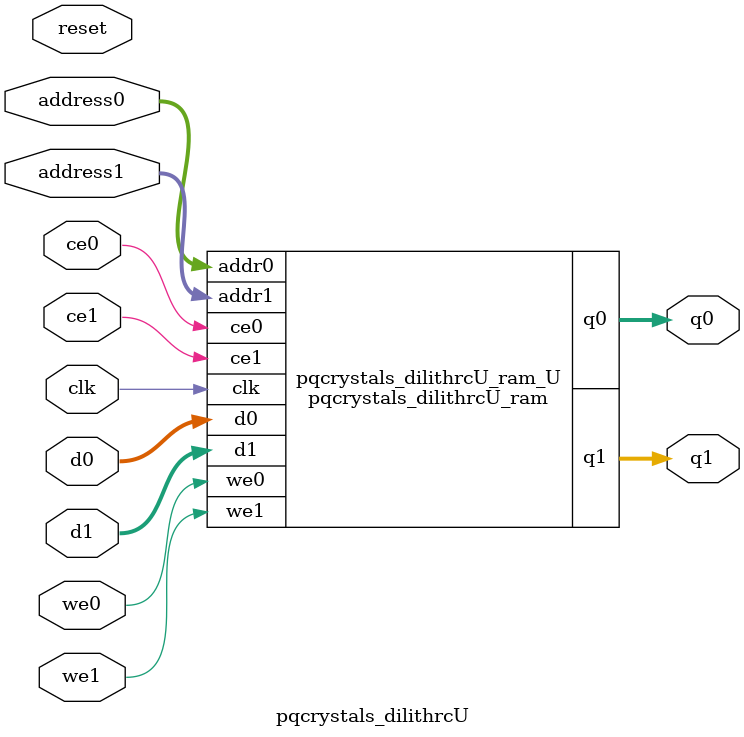
<source format=v>
`timescale 1 ns / 1 ps
module pqcrystals_dilithrcU_ram (addr0, ce0, d0, we0, q0, addr1, ce1, d1, we1, q1,  clk);

parameter DWIDTH = 8;
parameter AWIDTH = 8;
parameter MEM_SIZE = 208;

input[AWIDTH-1:0] addr0;
input ce0;
input[DWIDTH-1:0] d0;
input we0;
output reg[DWIDTH-1:0] q0;
input[AWIDTH-1:0] addr1;
input ce1;
input[DWIDTH-1:0] d1;
input we1;
output reg[DWIDTH-1:0] q1;
input clk;

(* ram_style = "block" *)reg [DWIDTH-1:0] ram[0:MEM_SIZE-1];




always @(posedge clk)  
begin 
    if (ce0) begin
        if (we0) 
            ram[addr0] <= d0; 
        q0 <= ram[addr0];
    end
end


always @(posedge clk)  
begin 
    if (ce1) begin
        if (we1) 
            ram[addr1] <= d1; 
        q1 <= ram[addr1];
    end
end


endmodule

`timescale 1 ns / 1 ps
module pqcrystals_dilithrcU(
    reset,
    clk,
    address0,
    ce0,
    we0,
    d0,
    q0,
    address1,
    ce1,
    we1,
    d1,
    q1);

parameter DataWidth = 32'd8;
parameter AddressRange = 32'd208;
parameter AddressWidth = 32'd8;
input reset;
input clk;
input[AddressWidth - 1:0] address0;
input ce0;
input we0;
input[DataWidth - 1:0] d0;
output[DataWidth - 1:0] q0;
input[AddressWidth - 1:0] address1;
input ce1;
input we1;
input[DataWidth - 1:0] d1;
output[DataWidth - 1:0] q1;



pqcrystals_dilithrcU_ram pqcrystals_dilithrcU_ram_U(
    .clk( clk ),
    .addr0( address0 ),
    .ce0( ce0 ),
    .we0( we0 ),
    .d0( d0 ),
    .q0( q0 ),
    .addr1( address1 ),
    .ce1( ce1 ),
    .we1( we1 ),
    .d1( d1 ),
    .q1( q1 ));

endmodule


</source>
